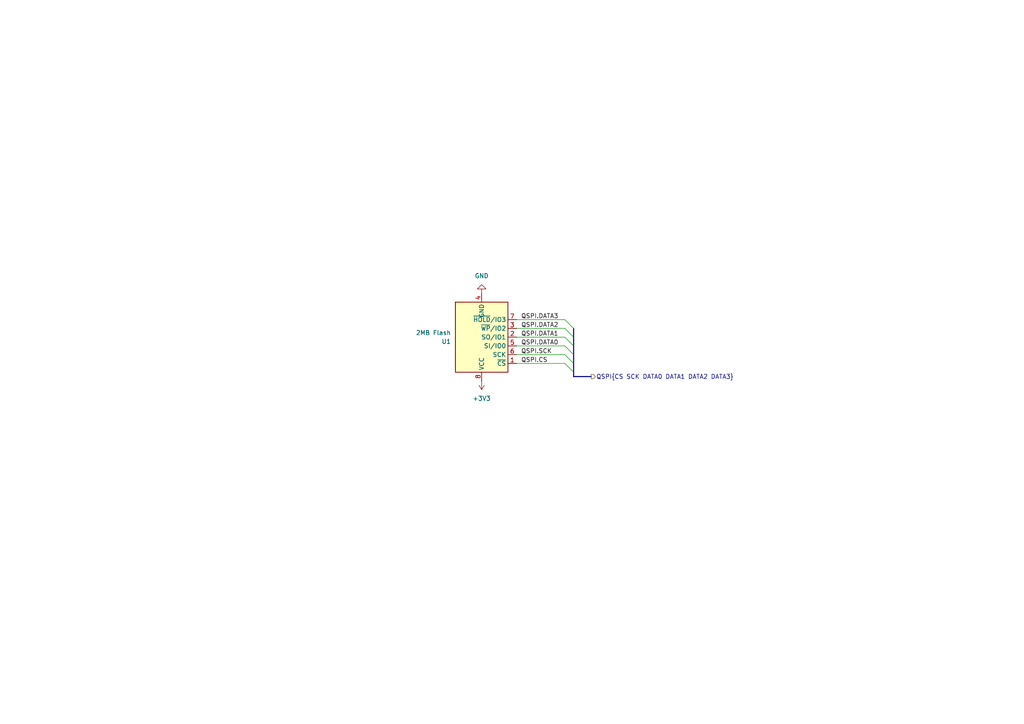
<source format=kicad_sch>
(kicad_sch (version 20231120) (generator "eeschema") (generator_version "8.0")
  (paper "A4")
  (title_block (title "MCU - Memory") (rev "0.1") (company "catbranchman") (comment 1 "Electrical Engineering Department") (comment 2 "EE 156 / Stanford University") (comment 3 "Flight Club, W6YX, Endurance"))
  (lib_symbols
    (symbol "Memory_Flash:AT25SF081-SSHD-X"
      (property "Reference" "U" (at -6.35 11.43 0))
      (property "Value" "AT25SF081-SSHD-X" (at 11.43 11.43 0))
      (symbol "AT25SF081-SSHD-X_0_1"
        (rectangle (start -7.62 10.16) (end 7.62 -10.16) (stroke (width 0.254)) (fill (type background)))
      )
      (symbol "AT25SF081-SSHD-X_1_1"
        (pin input line (at -10.16 7.62 0) (length 2.54) (name "~{CS}") (number "1"))
        (pin bidirectional line (at -10.16 0 0) (length 2.54) (name "SO/IO1") (number "2"))
        (pin bidirectional line (at -10.16 -2.54 0) (length 2.54) (name "~{WP}/IO2") (number "3"))
        (pin power_in line (at 0 -12.7 90) (length 2.54) (name "GND") (number "4"))
        (pin bidirectional line (at -10.16 2.54 0) (length 2.54) (name "SI/IO0") (number "5"))
        (pin input line (at -10.16 5.08 0) (length 2.54) (name "SCK") (number "6"))
        (pin bidirectional line (at -10.16 -5.08 0) (length 2.54) (name "~{HOLD}/IO3") (number "7"))
        (pin power_in line (at 0 12.7 270) (length 2.54) (name "VCC") (number "8"))
      )
    )
    (symbol "power:+3V3" (power) (pin_numbers hide) (pin_names (offset 0) hide)
      (property "Value" "+3V3" (at 0 3.556 0))
      (symbol "+3V3_0_1"
        (polyline (pts (xy -0.762 1.27) (xy 0 2.54)))
        (polyline (pts (xy 0 0) (xy 0 2.54)))
        (polyline (pts (xy 0 2.54) (xy 0.762 1.27)))
      )
      (symbol "+3V3_1_1"
        (pin power_in line (at 0 0 90) (length 0) (name "~") (number "1"))
      )
    )
    (symbol "power:GND" (power) (pin_numbers hide) (pin_names (offset 0) hide)
      (property "Value" "GND" (at 0 -3.81 0))
      (symbol "GND_0_1"
        (polyline (pts (xy 0 0) (xy 0 -1.27) (xy 1.27 -1.27) (xy 0 -2.54) (xy -1.27 -1.27) (xy 0 -1.27)))
      )
      (symbol "GND_1_1"
        (pin power_in line (at 0 0 270) (length 0) (name "~") (number "1"))
      )
    )
  )
  (bus_entry (at 163.83 92.71) (size 2.54 2.54))
  (bus_entry (at 163.83 105.41) (size 2.54 2.54))
  (bus_entry (at 163.83 100.33) (size 2.54 2.54))
  (bus_entry (at 163.83 95.25) (size 2.54 2.54))
  (bus_entry (at 163.83 102.87) (size 2.54 2.54))
  (bus_entry (at 163.83 97.79) (size 2.54 2.54))
  (bus (pts (xy 166.37 100.33) (xy 166.37 102.87)))
  (bus (pts (xy 166.37 95.25) (xy 166.37 97.79)))
  (wire (pts (xy 149.86 105.41) (xy 163.83 105.41)))
  (wire (pts (xy 149.86 95.25) (xy 163.83 95.25)))
  (bus (pts (xy 166.37 97.79) (xy 166.37 100.33)))
  (wire (pts (xy 149.86 100.33) (xy 163.83 100.33)))
  (wire (pts (xy 149.86 97.79) (xy 163.83 97.79)))
  (wire (pts (xy 149.86 92.71) (xy 163.83 92.71)))
  (bus (pts (xy 166.37 102.87) (xy 166.37 105.41)))
  (bus (pts (xy 166.37 109.22) (xy 171.45 109.22)))
  (bus (pts (xy 166.37 105.41) (xy 166.37 107.95)))
  (bus (pts (xy 166.37 107.95) (xy 166.37 109.22)))
  (wire (pts (xy 149.86 102.87) (xy 163.83 102.87)))
  (label "QSPI.DATA2" (at 151.13 95.25 0))
  (label "QSPI.DATA0" (at 151.13 100.33 0))
  (label "QSPI.DATA3" (at 151.13 92.71 0))
  (label "QSPI.DATA1" (at 151.13 97.79 0))
  (label "QSPI.CS" (at 151.13 105.41 0))
  (label "QSPI.SCK" (at 151.13 102.87 0))
  (hierarchical_label "QSPI{CS SCK DATA0 DATA1 DATA2 DATA3}" (shape output) (at 171.45 109.22 0))
  (symbol (lib_id "power:+3V3") (at 139.7 110.49 180) (unit 1)
    (property "Reference" "#PWR07" (effects (hide yes)))
    (property "Value" "+3V3" (at 139.7 115.57 0))
    (property "Description" "Power symbol creates a global label with name \"+3V3\"" (effects (hide yes)))
  )
  (symbol (lib_id "Memory_Flash:AT25SF081-SSHD-X") (at 139.7 97.79 180) (unit 1)
    (property "Reference" "U1" (at 130.81 99.0601 0) (effects (justify left)))
    (property "Value" "2MB Flash" (at 130.81 96.5201 0) (effects (justify left)))
    (property "Footprint" "Package_SO:SOIC-8_3.9x4.9mm_P1.27mm" (effects (hide yes)))
    (property "Datasheet" "https://www.gigadevice.com.cn/Public/Uploads/uploadfile/files/20220714/DS-00473-GD25Q16E-Rev1.2.pdf" (effects (hide yes)))
    (property "Description" "FLASH - NOR Memory IC 16Mbit SPI - Quad 1/0 133 MHz 7 ns 8-USON (2x3)" (effects (hide yes)))
    (property "Mfr" "GigaDevice Semiconductor (HK) Limited" (effects (hide yes)))
    (property "Mfr P/N" "GD25Q16ETIGR" (effects (hide yes)))
    (property "Supplier_1" "Digikey" (effects (hide yes)))
    (property "Supplier_1 P/N" "1970-GD25Q16ETIGRCT-ND" (effects (hide yes)))
    (property "Supplier_1 Unit Price" "0.74" (effects (hide yes)))
    (property "Supplier_1 Price @ Qty" "0.59060" (effects (hide yes)))
  )
  (symbol (lib_id "power:GND") (at 139.7 85.09 180) (unit 1)
    (property "Reference" "#PWR08" (effects (hide yes)))
    (property "Value" "GND" (at 139.7 80.01 0))
    (property "Description" "Power symbol creates a global label with name \"GND\" , ground" (effects (hide yes)))
  )
)
</source>
